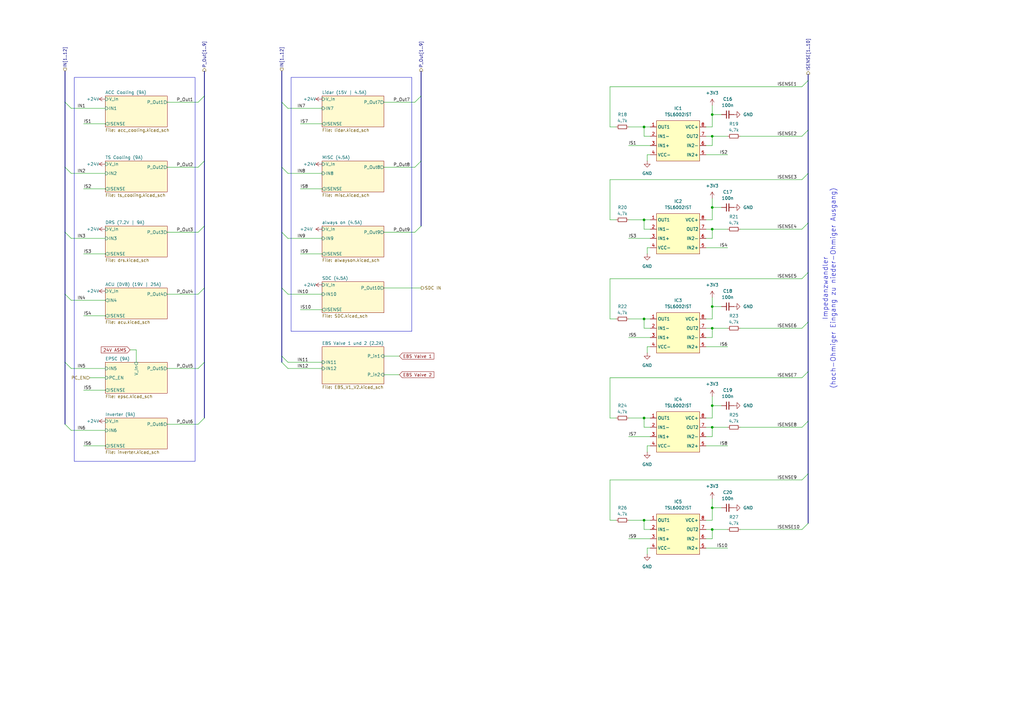
<source format=kicad_sch>
(kicad_sch (version 20231120) (generator "eeschema") (generator_version "8.0")
  (paper "A3")
  (title_block (title "PDU FT25") (date "2024-11-18") (rev "V1.0") (company "Janek Herm") (comment 1 "FaSTTUBe Electronics"))
  (lib_symbols
    (symbol "Device:C_Small" (pin_numbers hide) (pin_names (offset 0.254) hide)
      (property "Reference" "C" (at 0.254 1.778 0))
      (property "Value" "C_Small" (at 0.254 -2.032 0))
      (symbol "C_Small_0_1"
        (polyline (pts (xy -1.524 -0.508) (xy 1.524 -0.508)) (stroke (width 0.3302)))
        (polyline (pts (xy -1.524 0.508) (xy 1.524 0.508)) (stroke (width 0.3048)))
      )
      (symbol "C_Small_1_1"
        (pin passive line (at 0 2.54 270) (length 2.032) (name "~") (number "1"))
        (pin passive line (at 0 -2.54 90) (length 2.032) (name "~") (number "2"))
      )
    )
    (symbol "Device:R_Small" (pin_numbers hide) (pin_names (offset 0.254) hide)
      (property "Reference" "R" (at 0.762 0.508 0))
      (property "Value" "R_Small" (at 0.762 -1.016 0))
      (symbol "R_Small_0_1"
        (rectangle (start -0.762 1.778) (end 0.762 -1.778) (stroke (width 0.2032)))
      )
      (symbol "R_Small_1_1"
        (pin passive line (at 0 2.54 270) (length 0.762) (name "~") (number "1"))
        (pin passive line (at 0 -2.54 90) (length 0.762) (name "~") (number "2"))
      )
    )
    (symbol "FaSTTUBe_microcontrollers:TSL6002IST"
      (property "Reference" "IC" (at -0.254 -11.938 0))
      (property "Value" "TSL6002IST" (at 0 -14.478 0))
      (symbol "TSL6002IST_1_1"
        (rectangle (start -8.89 6.35) (end 8.89 -10.16) (fill (type background)))
        (pin output line (at -11.43 3.81 0) (length 2.54) (name "OUT1") (number "1"))
        (pin input line (at -11.43 0 0) (length 2.54) (name "IN1-") (number "2"))
        (pin input line (at -11.43 -3.81 0) (length 2.54) (name "IN1+") (number "3"))
        (pin passive line (at -11.43 -7.62 0) (length 2.54) (name "VCC-") (number "4"))
        (pin input line (at 11.43 -7.62 180) (length 2.54) (name "IN2+") (number "5"))
        (pin input line (at 11.43 -3.81 180) (length 2.54) (name "IN2-") (number "6"))
        (pin output line (at 11.43 0 180) (length 2.54) (name "OUT2") (number "7"))
        (pin input line (at 11.43 3.81 180) (length 2.54) (name "VCC+") (number "8"))
      )
    )
    (symbol "power:+12V" (power) (pin_numbers hide) (pin_names (offset 0) hide)
      (property "Value" "+12V" (at 0 3.556 0))
      (symbol "+12V_0_1"
        (polyline (pts (xy -0.762 1.27) (xy 0 2.54)))
        (polyline (pts (xy 0 0) (xy 0 2.54)))
        (polyline (pts (xy 0 2.54) (xy 0.762 1.27)))
      )
      (symbol "+12V_1_1"
        (pin power_in line (at 0 0 90) (length 0) (name "~") (number "1"))
      )
    )
    (symbol "power:+24V" (power) (pin_numbers hide) (pin_names (offset 0) hide)
      (property "Value" "+24V" (at 0 3.556 0))
      (symbol "+24V_0_1"
        (polyline (pts (xy -0.762 1.27) (xy 0 2.54)))
        (polyline (pts (xy 0 0) (xy 0 2.54)))
        (polyline (pts (xy 0 2.54) (xy 0.762 1.27)))
      )
      (symbol "+24V_1_1"
        (pin power_in line (at 0 0 90) (length 0) (name "~") (number "1"))
      )
    )
    (symbol "power:+3.3V" (power) (pin_numbers hide) (pin_names (offset 0) hide)
      (property "Value" "+3.3V" (at 0 3.556 0))
      (symbol "+3.3V_0_1"
        (polyline (pts (xy -0.762 1.27) (xy 0 2.54)))
        (polyline (pts (xy 0 0) (xy 0 2.54)))
        (polyline (pts (xy 0 2.54) (xy 0.762 1.27)))
      )
      (symbol "+3.3V_1_1"
        (pin power_in line (at 0 0 90) (length 0) (name "~") (number "1"))
      )
    )
    (symbol "power:GND" (power) (pin_numbers hide) (pin_names (offset 0) hide)
      (property "Value" "GND" (at 0 -3.81 0))
      (symbol "GND_0_1"
        (polyline (pts (xy 0 0) (xy 0 -1.27) (xy 1.27 -1.27) (xy 0 -2.54) (xy -1.27 -1.27) (xy 0 -1.27)))
      )
      (symbol "GND_1_1"
        (pin power_in line (at 0 0 270) (length 0) (name "~") (number "1"))
      )
    )
  )
  (junction (at 292.1 208.28))
  (junction (at 292.1 85.09))
  (junction (at 292.1 217.17))
  (junction (at 292.1 125.73))
  (junction (at 264.16 130.81))
  (junction (at 292.1 166.37))
  (junction (at 292.1 93.98))
  (junction (at 292.1 134.62))
  (junction (at 264.16 52.07))
  (junction (at 292.1 55.88))
  (junction (at 292.1 175.26))
  (junction (at 264.16 171.45))
  (junction (at 264.16 90.17))
  (junction (at 292.1 46.99))
  (junction (at 264.16 213.36))
  (bus_entry (at 328.93 35.56) (size 2.54 -2.54))
  (bus_entry (at 328.93 114.3) (size 2.54 -2.54))
  (bus_entry (at 328.93 154.94) (size 2.54 -2.54))
  (bus_entry (at 115.57 95.25) (size 2.54 2.54))
  (bus_entry (at 29.21 97.79) (size -2.54 -2.54))
  (bus_entry (at 115.57 118.11) (size 2.54 2.54))
  (bus_entry (at 29.21 176.53) (size -2.54 -2.54))
  (bus_entry (at 81.28 95.25) (size 2.54 -2.54))
  (bus_entry (at 81.28 68.58) (size 2.54 -2.54))
  (bus_entry (at 170.18 95.25) (size 2.54 -2.54))
  (bus_entry (at 328.93 175.26) (size 2.54 -2.54))
  (bus_entry (at 29.21 151.13) (size -2.54 -2.54))
  (bus_entry (at 81.28 151.13) (size 2.54 -2.54))
  (bus_entry (at 328.93 134.62) (size 2.54 -2.54))
  (bus_entry (at 170.18 68.58) (size 2.54 -2.54))
  (bus_entry (at 29.21 123.19) (size -2.54 -2.54))
  (bus_entry (at 328.93 196.85) (size 2.54 -2.54))
  (bus_entry (at 115.57 68.58) (size 2.54 2.54))
  (bus_entry (at 29.21 44.45) (size -2.54 -2.54))
  (bus_entry (at 115.57 146.05) (size 2.54 2.54))
  (bus_entry (at 328.93 73.66) (size 2.54 -2.54))
  (bus_entry (at 115.57 148.59) (size 2.54 2.54))
  (bus_entry (at 81.28 120.65) (size 2.54 -2.54))
  (bus_entry (at 29.21 71.12) (size -2.54 -2.54))
  (bus_entry (at 328.93 217.17) (size 2.54 -2.54))
  (bus_entry (at 170.18 41.91) (size 2.54 -2.54))
  (bus_entry (at 328.93 55.88) (size 2.54 -2.54))
  (bus_entry (at 328.93 93.98) (size 2.54 -2.54))
  (bus_entry (at 115.57 41.91) (size 2.54 2.54))
  (bus_entry (at 81.28 173.99) (size 2.54 -2.54))
  (bus_entry (at 81.28 41.91) (size 2.54 -2.54))
  (wire (pts (xy 292.1 52.07) (xy 292.1 46.99)))
  (wire (pts (xy 289.56 224.79) (xy 298.45 224.79)))
  (wire (pts (xy 303.53 134.62) (xy 328.93 134.62)))
  (wire (pts (xy 266.7 93.98) (xy 264.16 93.98)))
  (wire (pts (xy 265.43 142.24) (xy 265.43 144.78)))
  (wire (pts (xy 29.21 123.19) (xy 43.18 123.19)))
  (bus (pts (xy 83.82 118.11) (xy 83.82 148.59)))
  (wire (pts (xy 163.83 153.67) (xy 157.48 153.67)))
  (wire (pts (xy 34.29 50.8) (xy 43.18 50.8)))
  (wire (pts (xy 289.56 179.07) (xy 292.1 179.07)))
  (wire (pts (xy 266.7 134.62) (xy 264.16 134.62)))
  (bus (pts (xy 331.47 91.44) (xy 331.47 111.76)))
  (wire (pts (xy 292.1 90.17) (xy 292.1 85.09)))
  (bus (pts (xy 172.72 29.21) (xy 172.72 39.37)))
  (wire (pts (xy 257.81 213.36) (xy 264.16 213.36)))
  (wire (pts (xy 252.73 90.17) (xy 250.19 90.17)))
  (wire (pts (xy 257.81 90.17) (xy 264.16 90.17)))
  (wire (pts (xy 257.81 130.81) (xy 264.16 130.81)))
  (wire (pts (xy 252.73 52.07) (xy 250.19 52.07)))
  (wire (pts (xy 264.16 175.26) (xy 264.16 171.45)))
  (wire (pts (xy 289.56 138.43) (xy 292.1 138.43)))
  (wire (pts (xy 292.1 166.37) (xy 295.91 166.37)))
  (wire (pts (xy 55.88 143.51) (xy 55.88 148.59)))
  (wire (pts (xy 257.81 179.07) (xy 266.7 179.07)))
  (wire (pts (xy 303.53 55.88) (xy 328.93 55.88)))
  (bus (pts (xy 26.67 29.21) (xy 26.67 41.91)))
  (wire (pts (xy 29.21 97.79) (xy 43.18 97.79)))
  (bus (pts (xy 115.57 118.11) (xy 115.57 146.05)))
  (wire (pts (xy 264.16 134.62) (xy 264.16 130.81)))
  (wire (pts (xy 250.19 90.17) (xy 250.19 73.66)))
  (bus (pts (xy 83.82 148.59) (xy 83.82 171.45)))
  (wire (pts (xy 265.43 101.6) (xy 265.43 104.14)))
  (wire (pts (xy 264.16 217.17) (xy 264.16 213.36)))
  (wire (pts (xy 289.56 130.81) (xy 292.1 130.81)))
  (wire (pts (xy 257.81 171.45) (xy 264.16 171.45)))
  (wire (pts (xy 250.19 171.45) (xy 250.19 154.94)))
  (bus (pts (xy 26.67 95.25) (xy 26.67 120.65)))
  (wire (pts (xy 292.1 85.09) (xy 295.91 85.09)))
  (wire (pts (xy 292.1 125.73) (xy 295.91 125.73)))
  (wire (pts (xy 250.19 73.66) (xy 328.93 73.66)))
  (wire (pts (xy 289.56 90.17) (xy 292.1 90.17)))
  (bus (pts (xy 331.47 132.08) (xy 331.47 152.4)))
  (wire (pts (xy 68.58 95.25) (xy 81.28 95.25)))
  (bus (pts (xy 331.47 172.72) (xy 331.47 194.31)))
  (wire (pts (xy 264.16 93.98) (xy 264.16 90.17)))
  (wire (pts (xy 68.58 68.58) (xy 81.28 68.58)))
  (wire (pts (xy 292.1 166.37) (xy 292.1 162.56)))
  (wire (pts (xy 292.1 46.99) (xy 292.1 43.18)))
  (wire (pts (xy 34.29 160.02) (xy 43.18 160.02)))
  (wire (pts (xy 289.56 175.26) (xy 292.1 175.26)))
  (wire (pts (xy 289.56 182.88) (xy 298.45 182.88)))
  (wire (pts (xy 163.83 146.05) (xy 157.48 146.05)))
  (bus (pts (xy 26.67 68.58) (xy 26.67 95.25)))
  (wire (pts (xy 34.29 77.47) (xy 43.18 77.47)))
  (wire (pts (xy 53.34 143.51) (xy 55.88 143.51)))
  (wire (pts (xy 68.58 173.99) (xy 81.28 173.99)))
  (wire (pts (xy 264.16 90.17) (xy 266.7 90.17)))
  (wire (pts (xy 34.29 129.54) (xy 43.18 129.54)))
  (wire (pts (xy 292.1 55.88) (xy 298.45 55.88)))
  (wire (pts (xy 289.56 63.5) (xy 298.45 63.5)))
  (bus (pts (xy 83.82 29.21) (xy 83.82 39.37)))
  (wire (pts (xy 292.1 93.98) (xy 298.45 93.98)))
  (wire (pts (xy 123.19 77.47) (xy 132.08 77.47)))
  (bus (pts (xy 331.47 194.31) (xy 331.47 214.63)))
  (wire (pts (xy 292.1 220.98) (xy 292.1 217.17)))
  (wire (pts (xy 289.56 142.24) (xy 298.45 142.24)))
  (wire (pts (xy 264.16 52.07) (xy 266.7 52.07)))
  (wire (pts (xy 265.43 182.88) (xy 265.43 185.42)))
  (wire (pts (xy 292.1 59.69) (xy 292.1 55.88)))
  (wire (pts (xy 292.1 138.43) (xy 292.1 134.62)))
  (bus (pts (xy 331.47 53.34) (xy 331.47 71.12)))
  (wire (pts (xy 289.56 220.98) (xy 292.1 220.98)))
  (wire (pts (xy 157.48 41.91) (xy 170.18 41.91)))
  (wire (pts (xy 257.81 138.43) (xy 266.7 138.43)))
  (wire (pts (xy 292.1 97.79) (xy 292.1 93.98)))
  (wire (pts (xy 289.56 59.69) (xy 292.1 59.69)))
  (wire (pts (xy 266.7 224.79) (xy 265.43 224.79)))
  (wire (pts (xy 123.19 127) (xy 132.08 127)))
  (wire (pts (xy 68.58 41.91) (xy 81.28 41.91)))
  (bus (pts (xy 331.47 111.76) (xy 331.47 132.08)))
  (wire (pts (xy 257.81 220.98) (xy 266.7 220.98)))
  (wire (pts (xy 29.21 71.12) (xy 43.18 71.12)))
  (wire (pts (xy 264.16 55.88) (xy 264.16 52.07)))
  (wire (pts (xy 292.1 46.99) (xy 295.91 46.99)))
  (bus (pts (xy 26.67 41.91) (xy 26.67 68.58)))
  (wire (pts (xy 157.48 68.58) (xy 170.18 68.58)))
  (bus (pts (xy 83.82 39.37) (xy 83.82 66.04)))
  (bus (pts (xy 26.67 120.65) (xy 26.67 148.59)))
  (wire (pts (xy 29.21 44.45) (xy 43.18 44.45)))
  (wire (pts (xy 118.11 120.65) (xy 132.08 120.65)))
  (wire (pts (xy 266.7 63.5) (xy 265.43 63.5)))
  (wire (pts (xy 292.1 179.07) (xy 292.1 175.26)))
  (wire (pts (xy 250.19 52.07) (xy 250.19 35.56)))
  (bus (pts (xy 331.47 30.48) (xy 331.47 33.02)))
  (wire (pts (xy 29.21 151.13) (xy 43.18 151.13)))
  (wire (pts (xy 292.1 130.81) (xy 292.1 125.73)))
  (bus (pts (xy 115.57 146.05) (xy 115.57 148.59)))
  (wire (pts (xy 265.43 224.79) (xy 265.43 227.33)))
  (wire (pts (xy 266.7 182.88) (xy 265.43 182.88)))
  (bus (pts (xy 26.67 148.59) (xy 26.67 173.99)))
  (wire (pts (xy 289.56 55.88) (xy 292.1 55.88)))
  (wire (pts (xy 68.58 151.13) (xy 81.28 151.13)))
  (wire (pts (xy 250.19 130.81) (xy 250.19 114.3)))
  (wire (pts (xy 118.11 151.13) (xy 132.08 151.13)))
  (wire (pts (xy 266.7 101.6) (xy 265.43 101.6)))
  (wire (pts (xy 250.19 114.3) (xy 328.93 114.3)))
  (wire (pts (xy 289.56 213.36) (xy 292.1 213.36)))
  (wire (pts (xy 292.1 85.09) (xy 292.1 81.28)))
  (wire (pts (xy 266.7 142.24) (xy 265.43 142.24)))
  (wire (pts (xy 252.73 213.36) (xy 250.19 213.36)))
  (wire (pts (xy 252.73 130.81) (xy 250.19 130.81)))
  (wire (pts (xy 118.11 71.12) (xy 132.08 71.12)))
  (wire (pts (xy 264.16 213.36) (xy 266.7 213.36)))
  (wire (pts (xy 257.81 59.69) (xy 266.7 59.69)))
  (wire (pts (xy 303.53 217.17) (xy 328.93 217.17)))
  (wire (pts (xy 123.19 50.8) (xy 132.08 50.8)))
  (bus (pts (xy 331.47 152.4) (xy 331.47 172.72)))
  (wire (pts (xy 123.19 104.14) (xy 132.08 104.14)))
  (wire (pts (xy 264.16 130.81) (xy 266.7 130.81)))
  (wire (pts (xy 132.08 97.79) (xy 118.11 97.79)))
  (wire (pts (xy 289.56 93.98) (xy 292.1 93.98)))
  (wire (pts (xy 289.56 97.79) (xy 292.1 97.79)))
  (wire (pts (xy 303.53 93.98) (xy 328.93 93.98)))
  (wire (pts (xy 266.7 55.88) (xy 264.16 55.88)))
  (wire (pts (xy 257.81 97.79) (xy 266.7 97.79)))
  (wire (pts (xy 289.56 101.6) (xy 298.45 101.6)))
  (wire (pts (xy 265.43 63.5) (xy 265.43 66.04)))
  (bus (pts (xy 172.72 39.37) (xy 172.72 66.04)))
  (wire (pts (xy 157.48 95.25) (xy 170.18 95.25)))
  (wire (pts (xy 292.1 134.62) (xy 298.45 134.62)))
  (bus (pts (xy 331.47 33.02) (xy 331.47 53.34)))
  (wire (pts (xy 257.81 52.07) (xy 264.16 52.07)))
  (bus (pts (xy 115.57 29.21) (xy 115.57 41.91)))
  (wire (pts (xy 250.19 213.36) (xy 250.19 196.85)))
  (wire (pts (xy 266.7 217.17) (xy 264.16 217.17)))
  (bus (pts (xy 83.82 66.04) (xy 83.82 92.71)))
  (wire (pts (xy 34.29 182.88) (xy 43.18 182.88)))
  (bus (pts (xy 115.57 41.91) (xy 115.57 68.58)))
  (wire (pts (xy 292.1 208.28) (xy 295.91 208.28)))
  (wire (pts (xy 157.48 118.11) (xy 172.72 118.11)))
  (wire (pts (xy 34.29 104.14) (xy 43.18 104.14)))
  (wire (pts (xy 292.1 125.73) (xy 292.1 121.92)))
  (wire (pts (xy 29.21 176.53) (xy 43.18 176.53)))
  (bus (pts (xy 331.47 71.12) (xy 331.47 91.44)))
  (wire (pts (xy 264.16 171.45) (xy 266.7 171.45)))
  (bus (pts (xy 172.72 66.04) (xy 172.72 92.71)))
  (wire (pts (xy 289.56 134.62) (xy 292.1 134.62)))
  (wire (pts (xy 292.1 213.36) (xy 292.1 208.28)))
  (wire (pts (xy 303.53 175.26) (xy 328.93 175.26)))
  (wire (pts (xy 250.19 154.94) (xy 328.93 154.94)))
  (wire (pts (xy 266.7 175.26) (xy 264.16 175.26)))
  (wire (pts (xy 252.73 171.45) (xy 250.19 171.45)))
  (wire (pts (xy 118.11 44.45) (xy 132.08 44.45)))
  (wire (pts (xy 292.1 217.17) (xy 298.45 217.17)))
  (bus (pts (xy 115.57 68.58) (xy 115.57 95.25)))
  (bus (pts (xy 115.57 95.25) (xy 115.57 118.11)))
  (wire (pts (xy 68.58 120.65) (xy 81.28 120.65)))
  (wire (pts (xy 289.56 217.17) (xy 292.1 217.17)))
  (bus (pts (xy 83.82 92.71) (xy 83.82 118.11)))
  (wire (pts (xy 292.1 175.26) (xy 298.45 175.26)))
  (wire (pts (xy 289.56 171.45) (xy 292.1 171.45)))
  (wire (pts (xy 292.1 208.28) (xy 292.1 204.47)))
  (wire (pts (xy 292.1 171.45) (xy 292.1 166.37)))
  (wire (pts (xy 118.11 148.59) (xy 132.08 148.59)))
  (wire (pts (xy 36.83 154.94) (xy 43.18 154.94)))
  (wire (pts (xy 250.19 196.85) (xy 328.93 196.85)))
  (wire (pts (xy 250.19 35.56) (xy 328.93 35.56)))
  (wire (pts (xy 289.56 52.07) (xy 292.1 52.07)))
  (rectangle (start 119.38 31.75) (end 168.91 135.89))
  (rectangle (start 30.48 31.75) (end 80.01 189.23))
  (text "Impedanzwandler\n(hoch-Ohmiger Eingang zu nieder-Ohmiger Ausgang)" (at 340.106 118.364 90) (effects (font (size 2 2))))
  (label "P_Out8" (at 161.29 68.58 0))
  (label "ISENSE2" (at 318.77 55.88 0))
  (label "IN2" (at 31.75 71.12 0))
  (label "IS9" (at 257.81 220.98 0))
  (label "ISENSE6" (at 318.77 134.62 0))
  (label "P_Out5" (at 72.39 151.13 0))
  (label "P_Out1" (at 72.39 41.91 0))
  (label "IN4" (at 31.75 123.19 0))
  (label "IS2" (at 298.45 63.5 180))
  (label "IN10" (at 121.92 120.65 0))
  (label "IS4" (at 34.29 129.54 0))
  (label "P_Out2" (at 72.39 68.58 0))
  (label "P_Out7" (at 161.29 41.91 0))
  (label "IS10" (at 123.19 127 0))
  (label "IN8" (at 121.92 71.12 0))
  (label "IS8" (at 298.45 182.88 180))
  (label "IS6" (at 34.29 182.88 0))
  (label "IS4" (at 298.45 101.6 180))
  (label "IS7" (at 123.19 50.8 0))
  (label "IS1" (at 257.81 59.69 0))
  (label "IS9" (at 123.19 104.14 0))
  (label "IN6" (at 31.75 176.53 0))
  (label "ISENSE7" (at 318.77 154.94 0))
  (label "IS5" (at 257.81 138.43 0))
  (label "IS3" (at 257.81 97.79 0))
  (label "P_Out3" (at 72.39 95.25 0))
  (label "P_Out6" (at 72.39 173.99 0))
  (label "IN9" (at 121.92 97.79 0))
  (label "IN3" (at 31.75 97.79 0))
  (label "ISENSE9" (at 318.77 196.85 0))
  (label "IS6" (at 298.45 142.24 180))
  (label "IN12" (at 121.92 151.13 0))
  (label "ISENSE4" (at 318.77 93.98 0))
  (label "IS2" (at 34.29 77.47 0))
  (label "ISENSE3" (at 318.77 73.66 0))
  (label "P_Out9" (at 161.29 95.25 0))
  (label "IN7" (at 121.92 44.45 0))
  (label "IS7" (at 257.81 179.07 0))
  (label "IS8" (at 123.19 77.47 0))
  (label "IS1" (at 34.29 50.8 0))
  (label "ISENSE10" (at 318.77 217.17 0))
  (label "IN1" (at 31.75 44.45 0))
  (label "IS10" (at 298.45 224.79 180))
  (label "IS3" (at 34.29 104.14 0))
  (label "ISENSE5" (at 318.77 114.3 0))
  (label "ISENSE1" (at 318.77 35.56 0))
  (label "P_Out4" (at 72.39 120.65 0))
  (label "IN5" (at 31.75 151.13 0))
  (label "IS5" (at 34.29 160.02 0))
  (label "IN11" (at 121.92 148.59 0))
  (label "ISENSE8" (at 318.77 175.26 0))
  (global_label "24V ASMS" (shape input) (at 53.34 143.51 180) (property "Intersheetrefs" "${INTERSHEET_REFS}" (effects (hide yes))))
  (global_label "EBS Valve 1" (shape input) (at 163.83 146.05 0) (property "Intersheetrefs" "${INTERSHEET_REFS}" (effects (hide yes))))
  (global_label "EBS Valve 2" (shape input) (at 163.83 153.67 0) (property "Intersheetrefs" "${INTERSHEET_REFS}" (effects (hide yes))))
  (hierarchical_label "PC_EN" (shape input) (at 36.83 154.94 180))
  (hierarchical_label "ISENSE[1..10]" (shape output) (at 331.47 30.48 90))
  (hierarchical_label "IN[1..12]" (shape input) (at 115.57 29.21 90))
  (hierarchical_label "P_Out[1..9]" (shape output) (at 172.72 29.21 90))
  (hierarchical_label "P_Out[1..9]" (shape output) (at 83.82 29.21 90))
  (hierarchical_label "IN[1..12]" (shape input) (at 26.67 29.21 90))
  (hierarchical_label "SDC IN" (shape output) (at 172.72 118.11 0))
  (symbol (lib_id "power:GND") (at 300.99 208.28 90) (unit 1)
    (property "Reference" "#PWR058" (effects (hide yes)))
    (property "Value" "GND" (at 304.8 208.2799 90) (effects (justify right)))
    (property "Description" "Power symbol creates a global label with name \"GND\" , ground" (effects (hide yes)))
  )
  (symbol (lib_id "power:GND") (at 265.43 144.78 0) (unit 1)
    (property "Reference" "#PWR052" (effects (hide yes)))
    (property "Value" "GND" (at 265.43 149.86 0))
    (property "Description" "Power symbol creates a global label with name \"GND\" , ground" (effects (hide yes)))
  )
  (symbol (lib_id "Device:C_Small") (at 298.45 125.73 90) (unit 1)
    (property "Reference" "C18" (at 298.4563 119.38 90))
    (property "Value" "100n" (at 298.4563 121.92 90))
    (property "Footprint" "Capacitor_SMD:C_0603_1608Metric_Pad1.08x0.95mm_HandSolder" (effects (hide yes)))
    (property "Description" "Unpolarized capacitor, small symbol" (effects (hide yes)))
  )
  (symbol (lib_id "power:+12V") (at 43.18 93.98 90) (unit 1)
    (property "Reference" "#PWR045" (effects (hide yes)))
    (property "Value" "+24V" (at 38.1 93.98 90))
    (property "Description" "Power symbol creates a global label with name \"+12V\"" (effects (hide yes)))
  )
  (symbol (lib_id "power:+24V") (at 132.08 93.98 90) (unit 1)
    (property "Reference" "#PWR046" (effects (hide yes)))
    (property "Value" "+24V" (at 128.27 93.9799 90) (effects (justify left)))
    (property "Description" "Power symbol creates a global label with name \"+24V\"" (effects (hide yes)))
  )
  (symbol (lib_id "power:+3.3V") (at 292.1 162.56 0) (unit 1)
    (property "Reference" "#PWR053" (effects (hide yes)))
    (property "Value" "+3V3" (at 292.1 157.48 0))
    (property "Description" "Power symbol creates a global label with name \"+3.3V\"" (effects (hide yes)))
  )
  (symbol (lib_id "FaSTTUBe_microcontrollers:TSL6002IST") (at 278.13 217.17 0) (unit 1)
    (property "Reference" "IC5" (at 278.13 205.74 0))
    (property "Value" "TSL6002IST" (at 278.13 208.28 0))
    (property "Footprint" "TSL6002IST:SOP65P490X110-8N" (effects (hide yes)))
    (property "Datasheet" "https://www.st.com/resource/en/datasheet/tsl6001.pdf" (effects (hide yes)))
  )
  (symbol (lib_id "Device:C_Small") (at 298.45 166.37 90) (unit 1)
    (property "Reference" "C19" (at 298.4563 160.02 90))
    (property "Value" "100n" (at 298.4563 162.56 90))
    (property "Footprint" "Capacitor_SMD:C_0603_1608Metric_Pad1.08x0.95mm_HandSolder" (effects (hide yes)))
    (property "Description" "Unpolarized capacitor, small symbol" (effects (hide yes)))
  )
  (symbol (lib_id "Device:R_Small") (at 300.99 217.17 90) (unit 1)
    (property "Reference" "R27" (at 300.99 212.09 90))
    (property "Value" "4.7k" (at 300.99 214.63 90))
    (property "Footprint" "Resistor_SMD:R_0603_1608Metric_Pad0.98x0.95mm_HandSolder" (effects (hide yes)))
    (property "Description" "Resistor, small symbol" (effects (hide yes)))
  )
  (symbol (lib_id "power:GND") (at 300.99 166.37 90) (unit 1)
    (property "Reference" "#PWR054" (effects (hide yes)))
    (property "Value" "GND" (at 304.8 166.3699 90) (effects (justify right)))
    (property "Description" "Power symbol creates a global label with name \"GND\" , ground" (effects (hide yes)))
  )
  (symbol (lib_id "power:GND") (at 265.43 66.04 0) (unit 1)
    (property "Reference" "#PWR040" (effects (hide yes)))
    (property "Value" "GND" (at 265.43 71.12 0))
    (property "Description" "Power symbol creates a global label with name \"GND\" , ground" (effects (hide yes)))
  )
  (symbol (lib_id "power:GND") (at 300.99 46.99 90) (unit 1)
    (property "Reference" "#PWR039" (effects (hide yes)))
    (property "Value" "GND" (at 304.8 46.9899 90) (effects (justify right)))
    (property "Description" "Power symbol creates a global label with name \"GND\" , ground" (effects (hide yes)))
  )
  (symbol (lib_id "FaSTTUBe_microcontrollers:TSL6002IST") (at 278.13 134.62 0) (unit 1)
    (property "Reference" "IC3" (at 278.13 123.19 0))
    (property "Value" "TSL6002IST" (at 278.13 125.73 0))
    (property "Footprint" "TSL6002IST:SOP65P490X110-8N" (effects (hide yes)))
    (property "Datasheet" "https://www.st.com/resource/en/datasheet/tsl6001.pdf" (effects (hide yes)))
  )
  (symbol (lib_id "power:+12V") (at 43.18 172.72 90) (unit 1)
    (property "Reference" "#PWR055" (effects (hide yes)))
    (property "Value" "+24V" (at 38.1 172.72 90))
    (property "Description" "Power symbol creates a global label with name \"+12V\"" (effects (hide yes)))
  )
  (symbol (lib_id "power:+3.3V") (at 292.1 81.28 0) (unit 1)
    (property "Reference" "#PWR043" (effects (hide yes)))
    (property "Value" "+3V3" (at 292.1 76.2 0))
    (property "Description" "Power symbol creates a global label with name \"+3.3V\"" (effects (hide yes)))
  )
  (symbol (lib_id "power:+12V") (at 43.18 40.64 90) (unit 1)
    (property "Reference" "#PWR036" (effects (hide yes)))
    (property "Value" "+24V" (at 38.1 40.64 90))
    (property "Description" "Power symbol creates a global label with name \"+12V\"" (effects (hide yes)))
  )
  (symbol (lib_id "FaSTTUBe_microcontrollers:TSL6002IST") (at 278.13 93.98 0) (unit 1)
    (property "Reference" "IC2" (at 278.13 82.55 0))
    (property "Value" "TSL6002IST" (at 278.13 85.09 0))
    (property "Footprint" "TSL6002IST:SOP65P490X110-8N" (effects (hide yes)))
    (property "Datasheet" "https://www.st.com/resource/en/datasheet/tsl6001.pdf" (effects (hide yes)))
  )
  (symbol (lib_id "FaSTTUBe_microcontrollers:TSL6002IST") (at 278.13 175.26 0) (unit 1)
    (property "Reference" "IC4" (at 278.13 163.83 0))
    (property "Value" "TSL6002IST" (at 278.13 166.37 0))
    (property "Footprint" "TSL6002IST:SOP65P490X110-8N" (effects (hide yes)))
    (property "Datasheet" "https://www.st.com/resource/en/datasheet/tsl6001.pdf" (effects (hide yes)))
  )
  (symbol (lib_id "power:+12V") (at 43.18 67.31 90) (unit 1)
    (property "Reference" "#PWR041" (effects (hide yes)))
    (property "Value" "+24V" (at 38.1 67.31 90))
    (property "Description" "Power symbol creates a global label with name \"+12V\"" (effects (hide yes)))
  )
  (symbol (lib_id "power:GND") (at 265.43 227.33 0) (unit 1)
    (property "Reference" "#PWR059" (effects (hide yes)))
    (property "Value" "GND" (at 265.43 232.41 0))
    (property "Description" "Power symbol creates a global label with name \"GND\" , ground" (effects (hide yes)))
  )
  (symbol (lib_id "power:+3.3V") (at 292.1 121.92 0) (unit 1)
    (property "Reference" "#PWR050" (effects (hide yes)))
    (property "Value" "+3V3" (at 292.1 116.84 0))
    (property "Description" "Power symbol creates a global label with name \"+3.3V\"" (effects (hide yes)))
  )
  (symbol (lib_id "power:+12V") (at 132.08 40.64 90) (unit 1)
    (property "Reference" "#PWR037" (effects (hide yes)))
    (property "Value" "+24V" (at 127 40.64 90))
    (property "Description" "Power symbol creates a global label with name \"+12V\"" (effects (hide yes)))
  )
  (symbol (lib_id "power:+3.3V") (at 292.1 43.18 0) (unit 1)
    (property "Reference" "#PWR038" (effects (hide yes)))
    (property "Value" "+3V3" (at 292.1 38.1 0))
    (property "Description" "Power symbol creates a global label with name \"+3.3V\"" (effects (hide yes)))
  )
  (symbol (lib_id "Device:R_Small") (at 300.99 55.88 90) (unit 1)
    (property "Reference" "R19" (at 300.99 50.8 90))
    (property "Value" "4.7k" (at 300.99 53.34 90))
    (property "Footprint" "Resistor_SMD:R_0603_1608Metric_Pad0.98x0.95mm_HandSolder" (effects (hide yes)))
    (property "Description" "Resistor, small symbol" (effects (hide yes)))
  )
  (symbol (lib_id "Device:R_Small") (at 255.27 130.81 90) (unit 1)
    (property "Reference" "R22" (at 255.27 125.73 90))
    (property "Value" "4.7k" (at 255.27 128.27 90))
    (property "Footprint" "Resistor_SMD:R_0603_1608Metric_Pad0.98x0.95mm_HandSolder" (effects (hide yes)))
    (property "Description" "Resistor, small symbol" (effects (hide yes)))
  )
  (symbol (lib_id "power:GND") (at 300.99 85.09 90) (unit 1)
    (property "Reference" "#PWR044" (effects (hide yes)))
    (property "Value" "GND" (at 304.8 85.0899 90) (effects (justify right)))
    (property "Description" "Power symbol creates a global label with name \"GND\" , ground" (effects (hide yes)))
  )
  (symbol (lib_id "Device:C_Small") (at 298.45 46.99 90) (unit 1)
    (property "Reference" "C16" (at 298.4563 40.64 90))
    (property "Value" "100n" (at 298.4563 43.18 90))
    (property "Footprint" "Capacitor_SMD:C_0603_1608Metric_Pad1.08x0.95mm_HandSolder" (effects (hide yes)))
    (property "Description" "Unpolarized capacitor, small symbol" (effects (hide yes)))
  )
  (symbol (lib_id "Device:R_Small") (at 255.27 52.07 90) (unit 1)
    (property "Reference" "R18" (at 255.27 46.99 90))
    (property "Value" "4.7k" (at 255.27 49.53 90))
    (property "Footprint" "Resistor_SMD:R_0603_1608Metric_Pad0.98x0.95mm_HandSolder" (effects (hide yes)))
    (property "Description" "Resistor, small symbol" (effects (hide yes)))
  )
  (symbol (lib_id "Device:R_Small") (at 255.27 171.45 90) (unit 1)
    (property "Reference" "R24" (at 255.27 166.37 90))
    (property "Value" "4.7k" (at 255.27 168.91 90))
    (property "Footprint" "Resistor_SMD:R_0603_1608Metric_Pad0.98x0.95mm_HandSolder" (effects (hide yes)))
    (property "Description" "Resistor, small symbol" (effects (hide yes)))
  )
  (symbol (lib_id "Device:C_Small") (at 298.45 208.28 90) (unit 1)
    (property "Reference" "C20" (at 298.4563 201.93 90))
    (property "Value" "100n" (at 298.4563 204.47 90))
    (property "Footprint" "Capacitor_SMD:C_0603_1608Metric_Pad1.08x0.95mm_HandSolder" (effects (hide yes)))
    (property "Description" "Unpolarized capacitor, small symbol" (effects (hide yes)))
  )
  (symbol (lib_id "power:+12V") (at 43.18 119.38 90) (unit 1)
    (property "Reference" "#PWR049" (effects (hide yes)))
    (property "Value" "+24V" (at 38.1 119.38 90))
    (property "Description" "Power symbol creates a global label with name \"+12V\"" (effects (hide yes)))
  )
  (symbol (lib_id "Device:R_Small") (at 300.99 93.98 90) (unit 1)
    (property "Reference" "R21" (at 300.99 88.9 90))
    (property "Value" "4.7k" (at 300.99 91.44 90))
    (property "Footprint" "Resistor_SMD:R_0603_1608Metric_Pad0.98x0.95mm_HandSolder" (effects (hide yes)))
    (property "Description" "Resistor, small symbol" (effects (hide yes)))
  )
  (symbol (lib_id "FaSTTUBe_microcontrollers:TSL6002IST") (at 278.13 55.88 0) (unit 1)
    (property "Reference" "IC1" (at 278.13 44.45 0))
    (property "Value" "TSL6002IST" (at 278.13 46.99 0))
    (property "Footprint" "TSL6002IST:SOP65P490X110-8N" (effects (hide yes)))
    (property "Datasheet" "https://www.st.com/resource/en/datasheet/tsl6001.pdf" (effects (hide yes)))
  )
  (symbol (lib_id "power:+3.3V") (at 292.1 204.47 0) (unit 1)
    (property "Reference" "#PWR057" (effects (hide yes)))
    (property "Value" "+3V3" (at 292.1 199.39 0))
    (property "Description" "Power symbol creates a global label with name \"+3.3V\"" (effects (hide yes)))
  )
  (symbol (lib_id "power:GND") (at 300.99 125.73 90) (unit 1)
    (property "Reference" "#PWR051" (effects (hide yes)))
    (property "Value" "GND" (at 304.8 125.7299 90) (effects (justify right)))
    (property "Description" "Power symbol creates a global label with name \"GND\" , ground" (effects (hide yes)))
  )
  (symbol (lib_id "Device:R_Small") (at 300.99 175.26 90) (unit 1)
    (property "Reference" "R25" (at 300.99 170.18 90))
    (property "Value" "4.7k" (at 300.99 172.72 90))
    (property "Footprint" "Resistor_SMD:R_0603_1608Metric_Pad0.98x0.95mm_HandSolder" (effects (hide yes)))
    (property "Description" "Resistor, small symbol" (effects (hide yes)))
  )
  (symbol (lib_id "power:+12V") (at 132.08 67.31 90) (unit 1)
    (property "Reference" "#PWR042" (effects (hide yes)))
    (property "Value" "+24V" (at 127 67.31 90))
    (property "Description" "Power symbol creates a global label with name \"+12V\"" (effects (hide yes)))
  )
  (symbol (lib_id "power:GND") (at 265.43 104.14 0) (unit 1)
    (property "Reference" "#PWR047" (effects (hide yes)))
    (property "Value" "GND" (at 265.43 109.22 0))
    (property "Description" "Power symbol creates a global label with name \"GND\" , ground" (effects (hide yes)))
  )
  (symbol (lib_id "Device:R_Small") (at 255.27 90.17 90) (unit 1)
    (property "Reference" "R20" (at 255.27 85.09 90))
    (property "Value" "4.7k" (at 255.27 87.63 90))
    (property "Footprint" "Resistor_SMD:R_0603_1608Metric_Pad0.98x0.95mm_HandSolder" (effects (hide yes)))
    (property "Description" "Resistor, small symbol" (effects (hide yes)))
  )
  (symbol (lib_id "Device:C_Small") (at 298.45 85.09 90) (unit 1)
    (property "Reference" "C17" (at 298.4563 78.74 90))
    (property "Value" "100n" (at 298.4563 81.28 90))
    (property "Footprint" "Capacitor_SMD:C_0603_1608Metric_Pad1.08x0.95mm_HandSolder" (effects (hide yes)))
    (property "Description" "Unpolarized capacitor, small symbol" (effects (hide yes)))
  )
  (symbol (lib_id "power:+12V") (at 132.08 116.84 90) (unit 1)
    (property "Reference" "#PWR048" (effects (hide yes)))
    (property "Value" "+24V" (at 127 116.84 90))
    (property "Description" "Power symbol creates a global label with name \"+12V\"" (effects (hide yes)))
  )
  (symbol (lib_id "power:GND") (at 265.43 185.42 0) (unit 1)
    (property "Reference" "#PWR056" (effects (hide yes)))
    (property "Value" "GND" (at 265.43 190.5 0))
    (property "Description" "Power symbol creates a global label with name \"GND\" , ground" (effects (hide yes)))
  )
  (symbol (lib_id "Device:R_Small") (at 300.99 134.62 90) (unit 1)
    (property "Reference" "R23" (at 300.99 129.54 90))
    (property "Value" "4.7k" (at 300.99 132.08 90))
    (property "Footprint" "Resistor_SMD:R_0603_1608Metric_Pad0.98x0.95mm_HandSolder" (effects (hide yes)))
    (property "Description" "Resistor, small symbol" (effects (hide yes)))
  )
  (symbol (lib_id "Device:R_Small") (at 255.27 213.36 90) (unit 1)
    (property "Reference" "R26" (at 255.27 208.28 90))
    (property "Value" "4.7k" (at 255.27 210.82 90))
    (property "Footprint" "Resistor_SMD:R_0603_1608Metric_Pad0.98x0.95mm_HandSolder" (effects (hide yes)))
    (property "Description" "Resistor, small symbol" (effects (hide yes)))
  )
  (sheet (at 43.18 92.71) (size 25.4 12.7) (stroke (width 0.1524)) (fill (color 255 250 208 1.0000))
    (property "Sheetname" "DRS (7.2V | 9A)" (at 43.18 91.9984 0) (effects (justify left bottom)))
    (property "Sheetfile" "drs.kicad_sch" (at 43.18 105.9946 0) (effects (justify left top)))
    (pin "ISENSE" output (at 43.18 104.14 180))
    (pin "IN3" input (at 43.18 97.79 180))
    (pin "V_In" input (at 43.18 93.98 180))
    (pin "P_Out3" output (at 68.58 95.25 0))
  )
  (sheet (at 43.18 66.04) (size 25.4 12.7) (stroke (width 0.1524)) (fill (color 255 250 208 1.0000))
    (property "Sheetname" "TS Cooling (9A)" (at 43.18 65.3284 0) (effects (justify left bottom)))
    (property "Sheetfile" "ts_cooling.kicad_sch" (at 43.18 79.3246 0) (effects (justify left top)))
    (pin "V_In" input (at 43.18 67.31 180))
    (pin "P_Out2" output (at 68.58 68.58 0))
    (pin "ISENSE" output (at 43.18 77.47 180))
    (pin "IN2" input (at 43.18 71.12 180))
  )
  (sheet (at 43.18 118.11) (size 25.4 12.7) (stroke (width 0.1524)) (fill (color 255 250 208 1.0000))
    (property "Sheetname" "ACU (DVB) (19V | 25A)" (at 43.18 117.3984 0) (effects (justify left bottom)))
    (property "Sheetfile" "acu.kicad_sch" (at 43.18 131.3946 0) (effects (justify left top)))
    (pin "ISENSE" output (at 43.18 129.54 180))
    (pin "IN4" output (at 43.18 123.19 180))
    (pin "V_In" input (at 43.18 119.38 180))
    (pin "P_Out4" output (at 68.58 120.65 0))
  )
  (sheet (at 43.18 171.45) (size 25.4 12.7) (stroke (width 0.1524)) (fill (color 255 250 208 1.0000))
    (property "Sheetname" "Inverter (9A)" (at 43.18 170.7384 0) (effects (justify left bottom)))
    (property "Sheetfile" "inverter.kicad_sch" (at 43.18 184.7346 0) (effects (justify left top)))
    (pin "V_In" input (at 43.18 172.72 180))
    (pin "ISENSE" output (at 43.18 182.88 180))
    (pin "IN6" input (at 43.18 176.53 180))
    (pin "P_Out6" output (at 68.58 173.99 0))
  )
  (sheet (at 43.18 148.59) (size 25.4 12.7) (stroke (width 0.1524)) (fill (color 255 250 208 1.0000))
    (property "Sheetname" "EPSC (9A)" (at 43.18 147.8784 0) (effects (justify left bottom)))
    (property "Sheetfile" "epsc.kicad_sch" (at 43.18 161.8746 0) (effects (justify left top)))
    (pin "V_In" input (at 55.88 148.59 90))
    (pin "P_Out5" output (at 68.58 151.13 0))
    (pin "IN5" input (at 43.18 151.13 180))
    (pin "ISENSE" output (at 43.18 160.02 180))
    (pin "PC_EN" input (at 43.18 154.94 180))
  )
  (sheet (at 132.08 92.71) (size 25.4 12.7) (stroke (width 0.1524)) (fill (color 255 250 208 1.0000))
    (property "Sheetname" "always on (4.5A)" (at 132.08 91.9984 0) (effects (justify left bottom)))
    (property "Sheetfile" "alwayson.kicad_sch" (at 132.08 105.9946 0) (effects (justify left top)))
    (pin "ISENSE" output (at 132.08 104.14 180))
    (pin "IN9" input (at 132.08 97.79 180))
    (pin "P_Out9" output (at 157.48 95.25 0))
    (pin "V_In" input (at 132.08 93.98 180))
  )
  (sheet (at 132.08 142.24) (size 25.4 15.24) (stroke (width 0.1524)) (fill (color 255 250 208 1.0000))
    (property "Sheetname" "EBS Valve 1 und 2 (2.2A)" (at 132.08 141.5284 0) (effects (justify left bottom)))
    (property "Sheetfile" "EBS_V1_V2.kicad_sch" (at 132.08 158.0646 0) (effects (justify left top)))
    (pin "IN12" input (at 132.08 151.13 180))
    (pin "P_in2" input (at 157.48 153.67 0))
    (pin "P_in1" input (at 157.48 146.05 0))
    (pin "IN11" input (at 132.08 148.59 180))
  )
  (sheet (at 132.08 39.37) (size 25.4 12.7) (stroke (width 0.1524)) (fill (color 255 250 208 1.0000))
    (property "Sheetname" "Lidar (15V | 4.5A)" (at 132.08 38.6584 0) (effects (justify left bottom)))
    (property "Sheetfile" "lidar.kicad_sch" (at 132.08 52.6546 0) (effects (justify left top)))
    (pin "IN7" input (at 132.08 44.45 180))
    (pin "V_In" input (at 132.08 40.64 180))
    (pin "P_Out7" output (at 157.48 41.91 0))
    (pin "ISENSE" output (at 132.08 50.8 180))
  )
  (sheet (at 132.08 115.57) (size 25.4 12.7) (stroke (width 0.1524)) (fill (color 255 250 208 1.0000))
    (property "Sheetname" "SDC (4.5A)" (at 132.08 114.8584 0) (effects (justify left bottom)))
    (property "Sheetfile" "SDC.kicad_sch" (at 132.08 128.8546 0) (effects (justify left top)))
    (pin "ISENSE" output (at 132.08 127 180))
    (pin "P_Out10" output (at 157.48 118.11 0))
    (pin "V_In" input (at 132.08 116.84 180))
    (pin "IN10" input (at 132.08 120.65 180))
  )
  (sheet (at 43.18 39.37) (size 25.4 12.7) (stroke (width 0.1524)) (fill (color 255 250 208 1.0000))
    (property "Sheetname" "ACC Cooling (9A)" (at 43.18 38.6584 0) (effects (justify left bottom)))
    (property "Sheetfile" "acc_cooling.kicad_sch" (at 43.18 52.6546 0) (effects (justify left top)))
    (pin "ISENSE" output (at 43.18 50.8 180))
    (pin "IN1" input (at 43.18 44.45 180))
    (pin "P_Out1" output (at 68.58 41.91 0))
    (pin "V_In" input (at 43.18 40.64 180))
  )
  (sheet (at 132.08 66.04) (size 25.4 12.7) (stroke (width 0.1524)) (fill (color 255 250 208 1.0000))
    (property "Sheetname" "MISC (4.5A)" (at 132.08 65.3284 0) (effects (justify left bottom)))
    (property "Sheetfile" "misc.kicad_sch" (at 132.08 79.3246 0) (effects (justify left top)))
    (pin "V_In" input (at 132.08 67.31 180))
    (pin "P_Out8" output (at 157.48 68.58 0))
    (pin "ISENSE" output (at 132.08 77.47 180))
    (pin "IN8" input (at 132.08 71.12 180))
  )
)
</source>
